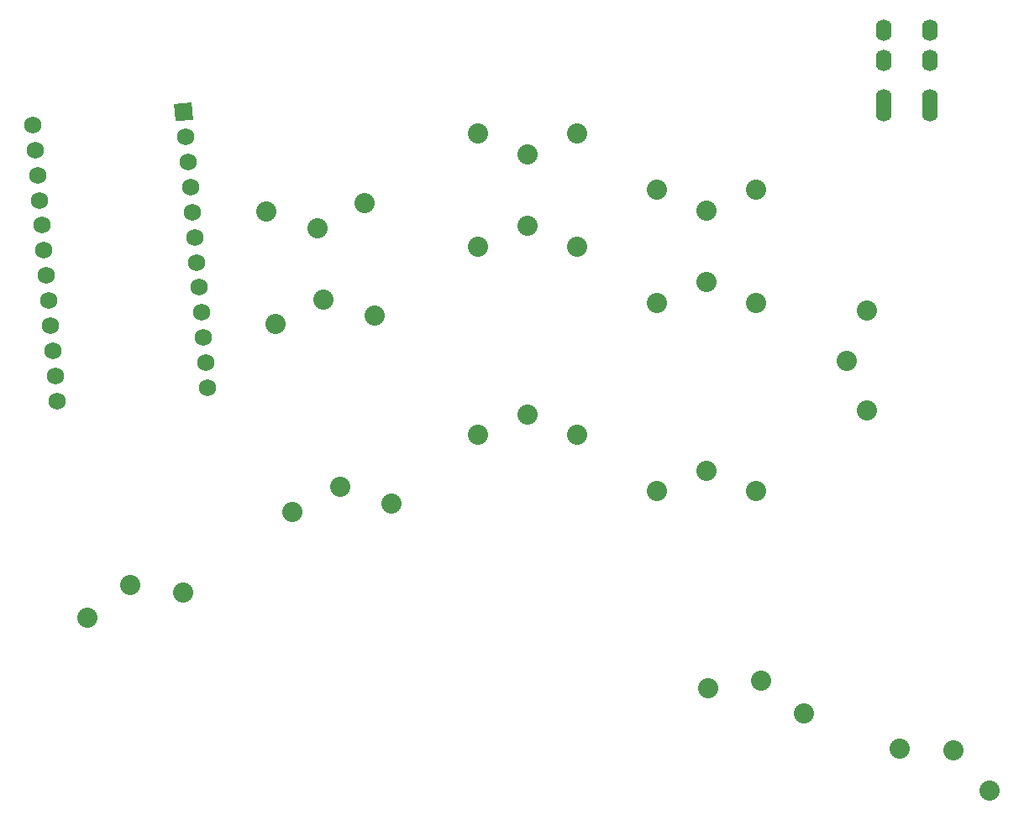
<source format=gbr>
%TF.GenerationSoftware,KiCad,Pcbnew,(5.1.10)-1*%
%TF.CreationDate,2021-07-21T18:09:40+02:00*%
%TF.ProjectId,metasepia_pfefferi_alu_bent_large,6d657461-7365-4706-9961-5f7066656666,VERSION_HERE*%
%TF.SameCoordinates,Original*%
%TF.FileFunction,Copper,L2,Bot*%
%TF.FilePolarity,Positive*%
%FSLAX46Y46*%
G04 Gerber Fmt 4.6, Leading zero omitted, Abs format (unit mm)*
G04 Created by KiCad (PCBNEW (5.1.10)-1) date 2021-07-21 18:09:40*
%MOMM*%
%LPD*%
G01*
G04 APERTURE LIST*
%TA.AperFunction,ComponentPad*%
%ADD10C,2.032000*%
%TD*%
%TA.AperFunction,ComponentPad*%
%ADD11C,0.100000*%
%TD*%
%TA.AperFunction,ComponentPad*%
%ADD12C,1.752600*%
%TD*%
%TA.AperFunction,ComponentPad*%
%ADD13O,1.600000X2.200000*%
%TD*%
G04 APERTURE END LIST*
D10*
%TO.P,S4,1*%
%TO.N,P21*%
X25779018Y59763781D03*
%TO.P,S4,2*%
%TO.N,GND*%
X30943019Y58107551D03*
%TO.P,S4,1*%
%TO.N,P21*%
X35740965Y60635339D03*
%TO.P,S4,2*%
%TO.N,GND*%
X30943019Y58107551D03*
%TD*%
%TO.P,S12,1*%
%TO.N,P8*%
X79987642Y9140523D03*
%TO.P,S12,2*%
%TO.N,GND*%
X75701532Y12463062D03*
%TO.P,S12,1*%
%TO.N,P8*%
X70328383Y11728713D03*
%TO.P,S12,2*%
%TO.N,GND*%
X75701532Y12463062D03*
%TD*%
%TO.P,S1,1*%
%TO.N,P9*%
X17446217Y21385313D03*
%TO.P,S1,2*%
%TO.N,GND*%
X12073068Y22119662D03*
%TO.P,S1,1*%
%TO.N,P9*%
X7786958Y18797123D03*
%TO.P,S1,2*%
%TO.N,GND*%
X12073068Y22119662D03*
%TD*%
%TO.P,S2,1*%
%TO.N,P6*%
X38390482Y30351019D03*
%TO.P,S2,2*%
%TO.N,GND*%
X33226481Y32007249D03*
%TO.P,S2,1*%
%TO.N,P6*%
X28428535Y29479461D03*
%TO.P,S2,2*%
%TO.N,GND*%
X33226481Y32007249D03*
%TD*%
%TO.P,S3,1*%
%TO.N,P16*%
X36734482Y49278719D03*
%TO.P,S3,2*%
%TO.N,GND*%
X31570481Y50934949D03*
%TO.P,S3,1*%
%TO.N,P16*%
X26772535Y48407161D03*
%TO.P,S3,2*%
%TO.N,GND*%
X31570481Y50934949D03*
%TD*%
%TO.P,S5,1*%
%TO.N,P5*%
X57174500Y37230800D03*
%TO.P,S5,2*%
%TO.N,GND*%
X52174500Y39330800D03*
%TO.P,S5,1*%
%TO.N,P5*%
X47174500Y37230800D03*
%TO.P,S5,2*%
%TO.N,GND*%
X52174500Y39330800D03*
%TD*%
%TO.P,S6,1*%
%TO.N,P14*%
X57174500Y56230800D03*
%TO.P,S6,2*%
%TO.N,GND*%
X52174500Y58330800D03*
%TO.P,S6,1*%
%TO.N,P14*%
X47174500Y56230800D03*
%TO.P,S6,2*%
%TO.N,GND*%
X52174500Y58330800D03*
%TD*%
%TO.P,S7,1*%
%TO.N,P20*%
X47174500Y67630800D03*
%TO.P,S7,2*%
%TO.N,GND*%
X52174500Y65530800D03*
%TO.P,S7,1*%
%TO.N,P20*%
X57174500Y67630800D03*
%TO.P,S7,2*%
%TO.N,GND*%
X52174500Y65530800D03*
%TD*%
%TO.P,S8,1*%
%TO.N,P4*%
X75174500Y31564100D03*
%TO.P,S8,2*%
%TO.N,GND*%
X70174500Y33664100D03*
%TO.P,S8,1*%
%TO.N,P4*%
X65174500Y31564100D03*
%TO.P,S8,2*%
%TO.N,GND*%
X70174500Y33664100D03*
%TD*%
%TO.P,S9,1*%
%TO.N,P15*%
X75174500Y50564100D03*
%TO.P,S9,2*%
%TO.N,GND*%
X70174500Y52664100D03*
%TO.P,S9,1*%
%TO.N,P15*%
X65174500Y50564100D03*
%TO.P,S9,2*%
%TO.N,GND*%
X70174500Y52664100D03*
%TD*%
%TO.P,S10,1*%
%TO.N,P19*%
X65174500Y61964100D03*
%TO.P,S10,2*%
%TO.N,GND*%
X70174500Y59864100D03*
%TO.P,S10,1*%
%TO.N,P19*%
X75174500Y61964100D03*
%TO.P,S10,2*%
%TO.N,GND*%
X70174500Y59864100D03*
%TD*%
%TO.P,S11,1*%
%TO.N,P18*%
X86374500Y49764100D03*
%TO.P,S11,2*%
%TO.N,GND*%
X84274500Y44764100D03*
%TO.P,S11,1*%
%TO.N,P18*%
X86374500Y39764100D03*
%TO.P,S11,2*%
%TO.N,GND*%
X84274500Y44764100D03*
%TD*%
%TO.P,S13,1*%
%TO.N,P7*%
X98718188Y1395678D03*
%TO.P,S13,2*%
%TO.N,GND*%
X95074148Y5412016D03*
%TO.P,S13,1*%
%TO.N,P7*%
X89655110Y5621861D03*
%TO.P,S13,2*%
%TO.N,GND*%
X95074148Y5412016D03*
%TD*%
%TA.AperFunction,ComponentPad*%
D11*
%TO.P,C1,1*%
%TO.N,RAW*%
G36*
X16539098Y70646158D02*
G01*
X18285029Y70798907D01*
X18437778Y69052976D01*
X16691847Y68900227D01*
X16539098Y70646158D01*
G37*
%TD.AperFunction*%
D12*
%TO.P,C1,2*%
%TO.N,GND*%
X17709813Y67319232D03*
%TO.P,C1,3*%
%TO.N,RST*%
X17931189Y64788898D03*
%TO.P,C1,4*%
%TO.N,VCC*%
X18152565Y62258563D03*
%TO.P,C1,5*%
%TO.N,P21*%
X18373940Y59728229D03*
%TO.P,C1,6*%
%TO.N,P20*%
X18595316Y57197894D03*
%TO.P,C1,7*%
%TO.N,P19*%
X18816691Y54667559D03*
%TO.P,C1,8*%
%TO.N,P18*%
X19038067Y52137225D03*
%TO.P,C1,9*%
%TO.N,P15*%
X19259443Y49606890D03*
%TO.P,C1,10*%
%TO.N,P14*%
X19480818Y47076556D03*
%TO.P,C1,11*%
%TO.N,P16*%
X19702194Y44546221D03*
%TO.P,C1,12*%
%TO.N,P10*%
X19923569Y42015887D03*
%TO.P,C1,13*%
%TO.N,P1*%
X2306431Y68521313D03*
%TO.P,C1,14*%
%TO.N,P0*%
X2527806Y65990979D03*
%TO.P,C1,15*%
%TO.N,GND*%
X2749182Y63460644D03*
%TO.P,C1,16*%
X2970557Y60930310D03*
%TO.P,C1,17*%
%TO.N,P2*%
X3191933Y58399975D03*
%TO.P,C1,18*%
%TO.N,P3*%
X3413309Y55869641D03*
%TO.P,C1,19*%
%TO.N,P4*%
X3634684Y53339306D03*
%TO.P,C1,20*%
%TO.N,P5*%
X3856060Y50808971D03*
%TO.P,C1,21*%
%TO.N,P6*%
X4077435Y48278637D03*
%TO.P,C1,22*%
%TO.N,P7*%
X4298811Y45748302D03*
%TO.P,C1,23*%
%TO.N,P8*%
X4520187Y43217968D03*
%TO.P,C1,24*%
%TO.N,P9*%
X4741562Y40687633D03*
%TD*%
D13*
%TO.P,REF\u002A\u002A,1*%
%TO.N,GND*%
X92674510Y69964116D03*
%TO.P,REF\u002A\u002A,2*%
X88074510Y71064116D03*
%TO.P,REF\u002A\u002A,3*%
%TO.N,P3*%
X88074510Y75064116D03*
%TO.P,REF\u002A\u002A,4*%
%TO.N,VCC*%
X88074510Y78064116D03*
%TO.P,REF\u002A\u002A,1*%
%TO.N,GND*%
X88074510Y69964116D03*
%TO.P,REF\u002A\u002A,2*%
X92674510Y71064116D03*
%TO.P,REF\u002A\u002A,3*%
%TO.N,P3*%
X92674510Y75064116D03*
%TO.P,REF\u002A\u002A,4*%
%TO.N,VCC*%
X92674510Y78064116D03*
%TD*%
M02*

</source>
